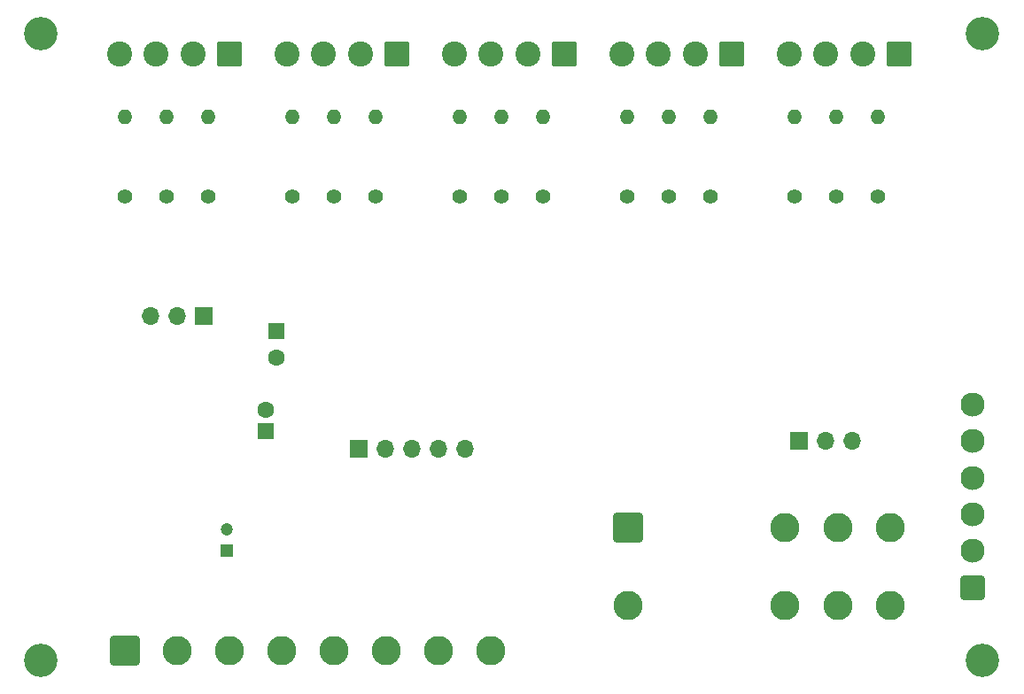
<source format=gbr>
%TF.GenerationSoftware,KiCad,Pcbnew,9.0.0*%
%TF.CreationDate,2025-03-26T17:15:45-07:00*%
%TF.ProjectId,SMRRC_SwitchAndSignal,534d5252-435f-4537-9769-746368416e64,n/c*%
%TF.SameCoordinates,Original*%
%TF.FileFunction,Soldermask,Bot*%
%TF.FilePolarity,Negative*%
%FSLAX46Y46*%
G04 Gerber Fmt 4.6, Leading zero omitted, Abs format (unit mm)*
G04 Created by KiCad (PCBNEW 9.0.0) date 2025-03-26 17:15:45*
%MOMM*%
%LPD*%
G01*
G04 APERTURE LIST*
G04 Aperture macros list*
%AMRoundRect*
0 Rectangle with rounded corners*
0 $1 Rounding radius*
0 $2 $3 $4 $5 $6 $7 $8 $9 X,Y pos of 4 corners*
0 Add a 4 corners polygon primitive as box body*
4,1,4,$2,$3,$4,$5,$6,$7,$8,$9,$2,$3,0*
0 Add four circle primitives for the rounded corners*
1,1,$1+$1,$2,$3*
1,1,$1+$1,$4,$5*
1,1,$1+$1,$6,$7*
1,1,$1+$1,$8,$9*
0 Add four rect primitives between the rounded corners*
20,1,$1+$1,$2,$3,$4,$5,0*
20,1,$1+$1,$4,$5,$6,$7,0*
20,1,$1+$1,$6,$7,$8,$9,0*
20,1,$1+$1,$8,$9,$2,$3,0*%
G04 Aperture macros list end*
%ADD10C,1.400000*%
%ADD11O,1.400000X1.400000*%
%ADD12C,2.800000*%
%ADD13RoundRect,0.250000X-1.150000X-1.150000X1.150000X-1.150000X1.150000X1.150000X-1.150000X1.150000X0*%
%ADD14RoundRect,0.250001X0.949999X0.949999X-0.949999X0.949999X-0.949999X-0.949999X0.949999X-0.949999X0*%
%ADD15C,2.400000*%
%ADD16RoundRect,0.250001X0.899999X-0.899999X0.899999X0.899999X-0.899999X0.899999X-0.899999X-0.899999X0*%
%ADD17C,2.300000*%
%ADD18RoundRect,0.250001X-1.149999X-1.149999X1.149999X-1.149999X1.149999X1.149999X-1.149999X1.149999X0*%
%ADD19R,1.700000X1.700000*%
%ADD20O,1.700000X1.700000*%
%ADD21C,3.200000*%
%ADD22R,1.600000X1.600000*%
%ADD23C,1.600000*%
%ADD24R,1.200000X1.200000*%
%ADD25C,1.200000*%
G04 APERTURE END LIST*
D10*
%TO.C,R21*%
X76000000Y-93620000D03*
D11*
X76000000Y-86000000D03*
%TD*%
D10*
%TO.C,R20*%
X80000000Y-93620000D03*
D11*
X80000000Y-86000000D03*
%TD*%
D10*
%TO.C,R19*%
X84000000Y-93620000D03*
D11*
X84000000Y-86000000D03*
%TD*%
D10*
%TO.C,R18*%
X92000000Y-93620000D03*
D11*
X92000000Y-86000000D03*
%TD*%
D10*
%TO.C,R17*%
X96000000Y-93620000D03*
D11*
X96000000Y-86000000D03*
%TD*%
D10*
%TO.C,R16*%
X100000000Y-93620000D03*
D11*
X100000000Y-86000000D03*
%TD*%
D10*
%TO.C,R15*%
X108000000Y-93620000D03*
D11*
X108000000Y-86000000D03*
%TD*%
D10*
%TO.C,R14*%
X112000000Y-93620000D03*
D11*
X112000000Y-86000000D03*
%TD*%
D10*
%TO.C,R13*%
X116000000Y-93620000D03*
D11*
X116000000Y-86000000D03*
%TD*%
D10*
%TO.C,R12*%
X124000000Y-93620000D03*
D11*
X124000000Y-86000000D03*
%TD*%
D10*
%TO.C,R11*%
X128000000Y-93620000D03*
D11*
X128000000Y-86000000D03*
%TD*%
D10*
%TO.C,R10*%
X132000000Y-93620000D03*
D11*
X132000000Y-86000000D03*
%TD*%
D10*
%TO.C,R9*%
X140000000Y-93620000D03*
D11*
X140000000Y-86000000D03*
%TD*%
D10*
%TO.C,R8*%
X144000000Y-93620000D03*
D11*
X144000000Y-86000000D03*
%TD*%
D10*
%TO.C,R7*%
X148000000Y-93620000D03*
D11*
X148000000Y-86000000D03*
%TD*%
D12*
%TO.C,K1*%
X144122206Y-125250000D03*
X139122206Y-125250000D03*
X149122206Y-125250000D03*
X144122206Y-132750000D03*
X139122206Y-132750000D03*
X149122206Y-132750000D03*
D13*
X124122206Y-125250000D03*
D12*
X124122206Y-132750000D03*
%TD*%
D14*
%TO.C,J10*%
X86000000Y-80000000D03*
D15*
X82500000Y-80000000D03*
X79000000Y-80000000D03*
X75500000Y-80000000D03*
%TD*%
D14*
%TO.C,J9*%
X102000000Y-80000000D03*
D15*
X98500000Y-80000000D03*
X95000000Y-80000000D03*
X91500000Y-80000000D03*
%TD*%
D14*
%TO.C,J8*%
X118000000Y-80000000D03*
D15*
X114500000Y-80000000D03*
X111000000Y-80000000D03*
X107500000Y-80000000D03*
%TD*%
D14*
%TO.C,J7*%
X134000000Y-80000000D03*
D15*
X130500000Y-80000000D03*
X127000000Y-80000000D03*
X123500000Y-80000000D03*
%TD*%
D14*
%TO.C,J6*%
X150000000Y-80000000D03*
D15*
X146500000Y-80000000D03*
X143000000Y-80000000D03*
X139500000Y-80000000D03*
%TD*%
D16*
%TO.C,J5*%
X157000000Y-131000000D03*
D17*
X157000000Y-127500000D03*
X157000000Y-124000000D03*
X157000000Y-120500000D03*
X157000000Y-117000000D03*
X157000000Y-113500000D03*
%TD*%
D18*
%TO.C,J4*%
X76000000Y-137000000D03*
D12*
X81000000Y-137000000D03*
X86000000Y-137000000D03*
X91000000Y-137000000D03*
X96000000Y-137000000D03*
X101000000Y-137000000D03*
X106000000Y-137000000D03*
X111000000Y-137000000D03*
%TD*%
D19*
%TO.C,J3*%
X83525000Y-105000000D03*
D20*
X80985000Y-105000000D03*
X78445000Y-105000000D03*
%TD*%
D19*
%TO.C,J2*%
X140460000Y-117000000D03*
D20*
X143000000Y-117000000D03*
X145540000Y-117000000D03*
%TD*%
D19*
%TO.C,J1*%
X98400000Y-117700000D03*
D20*
X100940000Y-117700000D03*
X103480000Y-117700000D03*
X106020000Y-117700000D03*
X108560000Y-117700000D03*
%TD*%
D21*
%TO.C,H4*%
X68000000Y-138000000D03*
%TD*%
%TO.C,H3*%
X158000000Y-138000000D03*
%TD*%
%TO.C,H2*%
X158000000Y-78000000D03*
%TD*%
%TO.C,H1*%
X68000000Y-78000000D03*
%TD*%
D22*
%TO.C,C9*%
X90500000Y-106500000D03*
D23*
X90500000Y-109000000D03*
%TD*%
D22*
%TO.C,C2*%
X89500000Y-116000000D03*
D23*
X89500000Y-114000000D03*
%TD*%
D24*
%TO.C,C1*%
X85750000Y-127432500D03*
D25*
X85750000Y-125432500D03*
%TD*%
M02*

</source>
